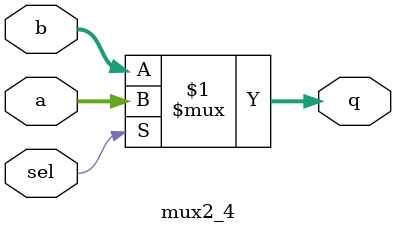
<source format=v>
module mux2_4(
    a
   ,b
   ,sel
   ,q
);

input   [3:0]   a, b;
input           sel;
output  [3:0]   q;

assign q = sel ? a : b;

endmodule
</source>
